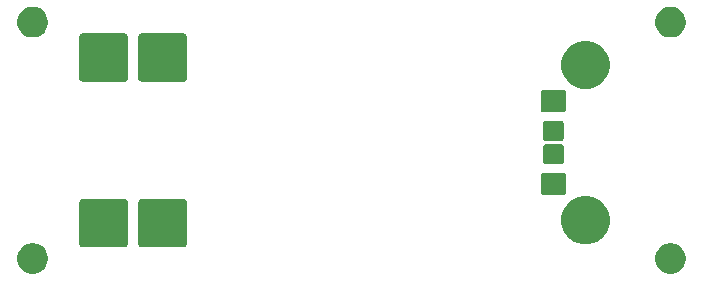
<source format=gbr>
G04 #@! TF.GenerationSoftware,KiCad,Pcbnew,5.0.2-bee76a0~70~ubuntu16.04.1*
G04 #@! TF.CreationDate,2019-02-21T23:56:22+01:00*
G04 #@! TF.ProjectId,24VDC_to_USB_voltage_converter,32345644-435f-4746-9f5f-5553425f766f,rev?*
G04 #@! TF.SameCoordinates,Original*
G04 #@! TF.FileFunction,Soldermask,Bot*
G04 #@! TF.FilePolarity,Negative*
%FSLAX46Y46*%
G04 Gerber Fmt 4.6, Leading zero omitted, Abs format (unit mm)*
G04 Created by KiCad (PCBNEW 5.0.2-bee76a0~70~ubuntu16.04.1) date Thu 21 Feb 2019 11:56:22 PM CET*
%MOMM*%
%LPD*%
G01*
G04 APERTURE LIST*
%ADD10C,0.100000*%
G04 APERTURE END LIST*
D10*
G36*
X108379485Y-96498996D02*
X108379487Y-96498997D01*
X108379488Y-96498997D01*
X108497253Y-96547777D01*
X108616255Y-96597069D01*
X108829342Y-96739449D01*
X109010551Y-96920658D01*
X109152931Y-97133745D01*
X109251004Y-97370515D01*
X109301000Y-97621861D01*
X109301000Y-97878139D01*
X109251004Y-98129485D01*
X109152931Y-98366255D01*
X109010551Y-98579342D01*
X108829342Y-98760551D01*
X108829339Y-98760553D01*
X108616255Y-98902931D01*
X108379488Y-99001003D01*
X108379487Y-99001003D01*
X108379485Y-99001004D01*
X108128139Y-99051000D01*
X107871861Y-99051000D01*
X107620515Y-99001004D01*
X107620513Y-99001003D01*
X107620512Y-99001003D01*
X107383745Y-98902931D01*
X107170661Y-98760553D01*
X107170658Y-98760551D01*
X106989449Y-98579342D01*
X106847069Y-98366255D01*
X106748996Y-98129485D01*
X106699000Y-97878139D01*
X106699000Y-97621861D01*
X106748996Y-97370515D01*
X106847069Y-97133745D01*
X106989449Y-96920658D01*
X107170658Y-96739449D01*
X107383745Y-96597069D01*
X107502747Y-96547777D01*
X107620512Y-96498997D01*
X107620513Y-96498997D01*
X107620515Y-96498996D01*
X107871861Y-96449000D01*
X108128139Y-96449000D01*
X108379485Y-96498996D01*
X108379485Y-96498996D01*
G37*
G36*
X162379485Y-96498996D02*
X162379487Y-96498997D01*
X162379488Y-96498997D01*
X162497253Y-96547777D01*
X162616255Y-96597069D01*
X162829342Y-96739449D01*
X163010551Y-96920658D01*
X163152931Y-97133745D01*
X163251004Y-97370515D01*
X163301000Y-97621861D01*
X163301000Y-97878139D01*
X163251004Y-98129485D01*
X163152931Y-98366255D01*
X163010551Y-98579342D01*
X162829342Y-98760551D01*
X162829339Y-98760553D01*
X162616255Y-98902931D01*
X162379488Y-99001003D01*
X162379487Y-99001003D01*
X162379485Y-99001004D01*
X162128139Y-99051000D01*
X161871861Y-99051000D01*
X161620515Y-99001004D01*
X161620513Y-99001003D01*
X161620512Y-99001003D01*
X161383745Y-98902931D01*
X161170661Y-98760553D01*
X161170658Y-98760551D01*
X160989449Y-98579342D01*
X160847069Y-98366255D01*
X160748996Y-98129485D01*
X160699000Y-97878139D01*
X160699000Y-97621861D01*
X160748996Y-97370515D01*
X160847069Y-97133745D01*
X160989449Y-96920658D01*
X161170658Y-96739449D01*
X161383745Y-96597069D01*
X161502747Y-96547777D01*
X161620512Y-96498997D01*
X161620513Y-96498997D01*
X161620515Y-96498996D01*
X161871861Y-96449000D01*
X162128139Y-96449000D01*
X162379485Y-96498996D01*
X162379485Y-96498996D01*
G37*
G36*
X120801200Y-92705553D02*
X120859273Y-92723170D01*
X120912805Y-92751783D01*
X120959717Y-92790283D01*
X120998217Y-92837195D01*
X121026830Y-92890727D01*
X121044447Y-92948800D01*
X121051000Y-93015340D01*
X121051000Y-96484660D01*
X121044447Y-96551200D01*
X121026830Y-96609273D01*
X120998217Y-96662805D01*
X120959717Y-96709717D01*
X120912805Y-96748217D01*
X120859273Y-96776830D01*
X120801200Y-96794447D01*
X120734660Y-96801000D01*
X117265340Y-96801000D01*
X117198800Y-96794447D01*
X117140727Y-96776830D01*
X117087195Y-96748217D01*
X117040283Y-96709717D01*
X117001783Y-96662805D01*
X116973170Y-96609273D01*
X116955553Y-96551200D01*
X116949000Y-96484660D01*
X116949000Y-93015340D01*
X116955553Y-92948800D01*
X116973170Y-92890727D01*
X117001783Y-92837195D01*
X117040283Y-92790283D01*
X117087195Y-92751783D01*
X117140727Y-92723170D01*
X117198800Y-92705553D01*
X117265340Y-92699000D01*
X120734660Y-92699000D01*
X120801200Y-92705553D01*
X120801200Y-92705553D01*
G37*
G36*
X115801200Y-92705553D02*
X115859273Y-92723170D01*
X115912805Y-92751783D01*
X115959717Y-92790283D01*
X115998217Y-92837195D01*
X116026830Y-92890727D01*
X116044447Y-92948800D01*
X116051000Y-93015340D01*
X116051000Y-96484660D01*
X116044447Y-96551200D01*
X116026830Y-96609273D01*
X115998217Y-96662805D01*
X115959717Y-96709717D01*
X115912805Y-96748217D01*
X115859273Y-96776830D01*
X115801200Y-96794447D01*
X115734660Y-96801000D01*
X112265340Y-96801000D01*
X112198800Y-96794447D01*
X112140727Y-96776830D01*
X112087195Y-96748217D01*
X112040283Y-96709717D01*
X112001783Y-96662805D01*
X111973170Y-96609273D01*
X111955553Y-96551200D01*
X111949000Y-96484660D01*
X111949000Y-93015340D01*
X111955553Y-92948800D01*
X111973170Y-92890727D01*
X112001783Y-92837195D01*
X112040283Y-92790283D01*
X112087195Y-92751783D01*
X112140727Y-92723170D01*
X112198800Y-92705553D01*
X112265340Y-92699000D01*
X115734660Y-92699000D01*
X115801200Y-92705553D01*
X115801200Y-92705553D01*
G37*
G36*
X155398252Y-92547818D02*
X155398254Y-92547819D01*
X155398255Y-92547819D01*
X155771513Y-92702427D01*
X155946193Y-92819145D01*
X156107439Y-92926886D01*
X156393114Y-93212561D01*
X156393116Y-93212564D01*
X156617573Y-93548487D01*
X156772181Y-93921745D01*
X156851000Y-94317994D01*
X156851000Y-94722006D01*
X156772181Y-95118255D01*
X156617573Y-95491513D01*
X156617572Y-95491514D01*
X156393114Y-95827439D01*
X156107439Y-96113114D01*
X156107436Y-96113116D01*
X155771513Y-96337573D01*
X155398255Y-96492181D01*
X155398254Y-96492181D01*
X155398252Y-96492182D01*
X155002007Y-96571000D01*
X154597993Y-96571000D01*
X154201748Y-96492182D01*
X154201746Y-96492181D01*
X154201745Y-96492181D01*
X153828487Y-96337573D01*
X153492564Y-96113116D01*
X153492561Y-96113114D01*
X153206886Y-95827439D01*
X152982428Y-95491514D01*
X152982427Y-95491513D01*
X152827819Y-95118255D01*
X152749000Y-94722006D01*
X152749000Y-94317994D01*
X152827819Y-93921745D01*
X152982427Y-93548487D01*
X153206884Y-93212564D01*
X153206886Y-93212561D01*
X153492561Y-92926886D01*
X153653807Y-92819145D01*
X153828487Y-92702427D01*
X154201745Y-92547819D01*
X154201746Y-92547819D01*
X154201748Y-92547818D01*
X154597993Y-92469000D01*
X155002007Y-92469000D01*
X155398252Y-92547818D01*
X155398252Y-92547818D01*
G37*
G36*
X152981669Y-90503394D02*
X153018664Y-90514616D01*
X153052754Y-90532838D01*
X153082638Y-90557362D01*
X153107162Y-90587246D01*
X153125384Y-90621336D01*
X153136606Y-90658331D01*
X153141000Y-90702941D01*
X153141000Y-92197059D01*
X153136606Y-92241669D01*
X153125384Y-92278664D01*
X153107162Y-92312754D01*
X153082638Y-92342638D01*
X153052754Y-92367162D01*
X153018664Y-92385384D01*
X152981669Y-92396606D01*
X152937059Y-92401000D01*
X151242941Y-92401000D01*
X151198331Y-92396606D01*
X151161336Y-92385384D01*
X151127246Y-92367162D01*
X151097362Y-92342638D01*
X151072838Y-92312754D01*
X151054616Y-92278664D01*
X151043394Y-92241669D01*
X151039000Y-92197059D01*
X151039000Y-90702941D01*
X151043394Y-90658331D01*
X151054616Y-90621336D01*
X151072838Y-90587246D01*
X151097362Y-90557362D01*
X151127246Y-90532838D01*
X151161336Y-90514616D01*
X151198331Y-90503394D01*
X151242941Y-90499000D01*
X152937059Y-90499000D01*
X152981669Y-90503394D01*
X152981669Y-90503394D01*
G37*
G36*
X152805816Y-88102817D02*
X152837184Y-88112332D01*
X152866090Y-88127783D01*
X152891425Y-88148575D01*
X152912217Y-88173910D01*
X152927668Y-88202816D01*
X152937183Y-88234184D01*
X152941000Y-88272940D01*
X152941000Y-89627060D01*
X152937183Y-89665816D01*
X152927668Y-89697184D01*
X152912217Y-89726090D01*
X152891425Y-89751425D01*
X152866090Y-89772217D01*
X152837184Y-89787668D01*
X152805816Y-89797183D01*
X152767060Y-89801000D01*
X151412940Y-89801000D01*
X151374184Y-89797183D01*
X151342816Y-89787668D01*
X151313910Y-89772217D01*
X151288575Y-89751425D01*
X151267783Y-89726090D01*
X151252332Y-89697184D01*
X151242817Y-89665816D01*
X151239000Y-89627060D01*
X151239000Y-88272940D01*
X151242817Y-88234184D01*
X151252332Y-88202816D01*
X151267783Y-88173910D01*
X151288575Y-88148575D01*
X151313910Y-88127783D01*
X151342816Y-88112332D01*
X151374184Y-88102817D01*
X151412940Y-88099000D01*
X152767060Y-88099000D01*
X152805816Y-88102817D01*
X152805816Y-88102817D01*
G37*
G36*
X152805816Y-86102817D02*
X152837184Y-86112332D01*
X152866090Y-86127783D01*
X152891425Y-86148575D01*
X152912217Y-86173910D01*
X152927668Y-86202816D01*
X152937183Y-86234184D01*
X152941000Y-86272940D01*
X152941000Y-87627060D01*
X152937183Y-87665816D01*
X152927668Y-87697184D01*
X152912217Y-87726090D01*
X152891425Y-87751425D01*
X152866090Y-87772217D01*
X152837184Y-87787668D01*
X152805816Y-87797183D01*
X152767060Y-87801000D01*
X151412940Y-87801000D01*
X151374184Y-87797183D01*
X151342816Y-87787668D01*
X151313910Y-87772217D01*
X151288575Y-87751425D01*
X151267783Y-87726090D01*
X151252332Y-87697184D01*
X151242817Y-87665816D01*
X151239000Y-87627060D01*
X151239000Y-86272940D01*
X151242817Y-86234184D01*
X151252332Y-86202816D01*
X151267783Y-86173910D01*
X151288575Y-86148575D01*
X151313910Y-86127783D01*
X151342816Y-86112332D01*
X151374184Y-86102817D01*
X151412940Y-86099000D01*
X152767060Y-86099000D01*
X152805816Y-86102817D01*
X152805816Y-86102817D01*
G37*
G36*
X152981669Y-83503394D02*
X153018664Y-83514616D01*
X153052754Y-83532838D01*
X153082638Y-83557362D01*
X153107162Y-83587246D01*
X153125384Y-83621336D01*
X153136606Y-83658331D01*
X153141000Y-83702941D01*
X153141000Y-85197059D01*
X153136606Y-85241669D01*
X153125384Y-85278664D01*
X153107162Y-85312754D01*
X153082638Y-85342638D01*
X153052754Y-85367162D01*
X153018664Y-85385384D01*
X152981669Y-85396606D01*
X152937059Y-85401000D01*
X151242941Y-85401000D01*
X151198331Y-85396606D01*
X151161336Y-85385384D01*
X151127246Y-85367162D01*
X151097362Y-85342638D01*
X151072838Y-85312754D01*
X151054616Y-85278664D01*
X151043394Y-85241669D01*
X151039000Y-85197059D01*
X151039000Y-83702941D01*
X151043394Y-83658331D01*
X151054616Y-83621336D01*
X151072838Y-83587246D01*
X151097362Y-83557362D01*
X151127246Y-83532838D01*
X151161336Y-83514616D01*
X151198331Y-83503394D01*
X151242941Y-83499000D01*
X152937059Y-83499000D01*
X152981669Y-83503394D01*
X152981669Y-83503394D01*
G37*
G36*
X155398252Y-79407818D02*
X155398254Y-79407819D01*
X155398255Y-79407819D01*
X155771513Y-79562427D01*
X155771514Y-79562428D01*
X156107439Y-79786886D01*
X156393114Y-80072561D01*
X156393116Y-80072564D01*
X156617573Y-80408487D01*
X156772181Y-80781745D01*
X156851000Y-81177994D01*
X156851000Y-81582006D01*
X156772181Y-81978255D01*
X156617573Y-82351513D01*
X156617572Y-82351514D01*
X156393114Y-82687439D01*
X156107439Y-82973114D01*
X156107436Y-82973116D01*
X155771513Y-83197573D01*
X155398255Y-83352181D01*
X155398254Y-83352181D01*
X155398252Y-83352182D01*
X155002007Y-83431000D01*
X154597993Y-83431000D01*
X154201748Y-83352182D01*
X154201746Y-83352181D01*
X154201745Y-83352181D01*
X153828487Y-83197573D01*
X153492564Y-82973116D01*
X153492561Y-82973114D01*
X153206886Y-82687439D01*
X152982428Y-82351514D01*
X152982427Y-82351513D01*
X152827819Y-81978255D01*
X152749000Y-81582006D01*
X152749000Y-81177994D01*
X152827819Y-80781745D01*
X152982427Y-80408487D01*
X153206884Y-80072564D01*
X153206886Y-80072561D01*
X153492561Y-79786886D01*
X153828486Y-79562428D01*
X153828487Y-79562427D01*
X154201745Y-79407819D01*
X154201746Y-79407819D01*
X154201748Y-79407818D01*
X154597993Y-79329000D01*
X155002007Y-79329000D01*
X155398252Y-79407818D01*
X155398252Y-79407818D01*
G37*
G36*
X120801200Y-78705553D02*
X120859273Y-78723170D01*
X120912805Y-78751783D01*
X120959717Y-78790283D01*
X120998217Y-78837195D01*
X121026830Y-78890727D01*
X121044447Y-78948800D01*
X121051000Y-79015340D01*
X121051000Y-82484660D01*
X121044447Y-82551200D01*
X121026830Y-82609273D01*
X120998217Y-82662805D01*
X120959717Y-82709717D01*
X120912805Y-82748217D01*
X120859273Y-82776830D01*
X120801200Y-82794447D01*
X120734660Y-82801000D01*
X117265340Y-82801000D01*
X117198800Y-82794447D01*
X117140727Y-82776830D01*
X117087195Y-82748217D01*
X117040283Y-82709717D01*
X117001783Y-82662805D01*
X116973170Y-82609273D01*
X116955553Y-82551200D01*
X116949000Y-82484660D01*
X116949000Y-79015340D01*
X116955553Y-78948800D01*
X116973170Y-78890727D01*
X117001783Y-78837195D01*
X117040283Y-78790283D01*
X117087195Y-78751783D01*
X117140727Y-78723170D01*
X117198800Y-78705553D01*
X117265340Y-78699000D01*
X120734660Y-78699000D01*
X120801200Y-78705553D01*
X120801200Y-78705553D01*
G37*
G36*
X115801200Y-78705553D02*
X115859273Y-78723170D01*
X115912805Y-78751783D01*
X115959717Y-78790283D01*
X115998217Y-78837195D01*
X116026830Y-78890727D01*
X116044447Y-78948800D01*
X116051000Y-79015340D01*
X116051000Y-82484660D01*
X116044447Y-82551200D01*
X116026830Y-82609273D01*
X115998217Y-82662805D01*
X115959717Y-82709717D01*
X115912805Y-82748217D01*
X115859273Y-82776830D01*
X115801200Y-82794447D01*
X115734660Y-82801000D01*
X112265340Y-82801000D01*
X112198800Y-82794447D01*
X112140727Y-82776830D01*
X112087195Y-82748217D01*
X112040283Y-82709717D01*
X112001783Y-82662805D01*
X111973170Y-82609273D01*
X111955553Y-82551200D01*
X111949000Y-82484660D01*
X111949000Y-79015340D01*
X111955553Y-78948800D01*
X111973170Y-78890727D01*
X112001783Y-78837195D01*
X112040283Y-78790283D01*
X112087195Y-78751783D01*
X112140727Y-78723170D01*
X112198800Y-78705553D01*
X112265340Y-78699000D01*
X115734660Y-78699000D01*
X115801200Y-78705553D01*
X115801200Y-78705553D01*
G37*
G36*
X162379485Y-76498996D02*
X162379487Y-76498997D01*
X162379488Y-76498997D01*
X162616255Y-76597069D01*
X162829342Y-76739449D01*
X163010551Y-76920658D01*
X163152931Y-77133745D01*
X163251004Y-77370515D01*
X163301000Y-77621861D01*
X163301000Y-77878139D01*
X163251004Y-78129485D01*
X163152931Y-78366255D01*
X163010551Y-78579342D01*
X162829342Y-78760551D01*
X162829339Y-78760553D01*
X162616255Y-78902931D01*
X162379488Y-79001003D01*
X162379487Y-79001003D01*
X162379485Y-79001004D01*
X162128139Y-79051000D01*
X161871861Y-79051000D01*
X161620515Y-79001004D01*
X161620513Y-79001003D01*
X161620512Y-79001003D01*
X161383745Y-78902931D01*
X161170661Y-78760553D01*
X161170658Y-78760551D01*
X160989449Y-78579342D01*
X160847069Y-78366255D01*
X160748996Y-78129485D01*
X160699000Y-77878139D01*
X160699000Y-77621861D01*
X160748996Y-77370515D01*
X160847069Y-77133745D01*
X160989449Y-76920658D01*
X161170658Y-76739449D01*
X161383745Y-76597069D01*
X161620512Y-76498997D01*
X161620513Y-76498997D01*
X161620515Y-76498996D01*
X161871861Y-76449000D01*
X162128139Y-76449000D01*
X162379485Y-76498996D01*
X162379485Y-76498996D01*
G37*
G36*
X108379485Y-76498996D02*
X108379487Y-76498997D01*
X108379488Y-76498997D01*
X108616255Y-76597069D01*
X108829342Y-76739449D01*
X109010551Y-76920658D01*
X109152931Y-77133745D01*
X109251004Y-77370515D01*
X109301000Y-77621861D01*
X109301000Y-77878139D01*
X109251004Y-78129485D01*
X109152931Y-78366255D01*
X109010551Y-78579342D01*
X108829342Y-78760551D01*
X108829339Y-78760553D01*
X108616255Y-78902931D01*
X108379488Y-79001003D01*
X108379487Y-79001003D01*
X108379485Y-79001004D01*
X108128139Y-79051000D01*
X107871861Y-79051000D01*
X107620515Y-79001004D01*
X107620513Y-79001003D01*
X107620512Y-79001003D01*
X107383745Y-78902931D01*
X107170661Y-78760553D01*
X107170658Y-78760551D01*
X106989449Y-78579342D01*
X106847069Y-78366255D01*
X106748996Y-78129485D01*
X106699000Y-77878139D01*
X106699000Y-77621861D01*
X106748996Y-77370515D01*
X106847069Y-77133745D01*
X106989449Y-76920658D01*
X107170658Y-76739449D01*
X107383745Y-76597069D01*
X107620512Y-76498997D01*
X107620513Y-76498997D01*
X107620515Y-76498996D01*
X107871861Y-76449000D01*
X108128139Y-76449000D01*
X108379485Y-76498996D01*
X108379485Y-76498996D01*
G37*
M02*

</source>
